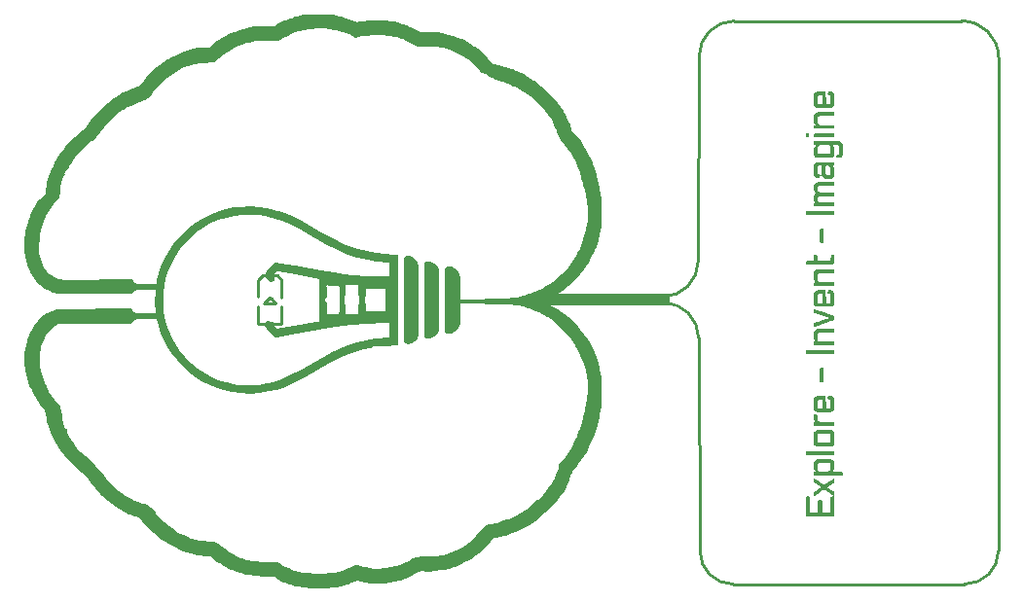
<source format=gto>
G04 Layer: TopSilkscreenLayer*
G04 EasyEDA v6.5.50, 2025-06-01 17:24:59*
G04 69e65154b6b24189a8545f2fef81dcb9,5ab416c87bd24f2091f84acd62e1526b,10*
G04 Gerber Generator version 0.2*
G04 Scale: 100 percent, Rotated: No, Reflected: No *
G04 Dimensions in millimeters *
G04 leading zeros omitted , absolute positions ,4 integer and 5 decimal *
%FSLAX45Y45*%
%MOMM*%

%ADD10C,0.2540*%
%ADD11C,0.1524*%
%ADD12C,0.0117*%

%LPD*%
G36*
X-2717698Y-411835D02*
G01*
X-2866898Y-411886D01*
X-2918510Y-418744D01*
X-2952953Y-424688D01*
X-2974492Y-427939D01*
X-2977692Y-433070D01*
X-2992729Y-433070D01*
X-3013202Y-439521D01*
X-3023158Y-444550D01*
X-3034385Y-444550D01*
X-3037941Y-450291D01*
X-3049117Y-450291D01*
X-3059074Y-455117D01*
X-3071926Y-461772D01*
X-3080613Y-461772D01*
X-3080613Y-467512D01*
X-3088640Y-467512D01*
X-3119323Y-483819D01*
X-3153714Y-503377D01*
X-3167430Y-513435D01*
X-3296005Y-513435D01*
X-3351733Y-519328D01*
X-3397605Y-527913D01*
X-3423462Y-533857D01*
X-3443528Y-539038D01*
X-3486556Y-551281D01*
X-3498037Y-555853D01*
X-3518103Y-562762D01*
X-3555237Y-577951D01*
X-3615639Y-608939D01*
X-3628542Y-615238D01*
X-3628593Y-619556D01*
X-3640023Y-619556D01*
X-3640023Y-624332D01*
X-3655822Y-632307D01*
X-3690264Y-655015D01*
X-3693109Y-658266D01*
X-3733292Y-693216D01*
X-3744772Y-699262D01*
X-3819347Y-699871D01*
X-3848049Y-706069D01*
X-3865676Y-711352D01*
X-3876344Y-711352D01*
X-3962806Y-739495D01*
X-3994353Y-751992D01*
X-4014419Y-760780D01*
X-4074668Y-789990D01*
X-4098645Y-806043D01*
X-4102150Y-806043D01*
X-4162958Y-847648D01*
X-4172305Y-853389D01*
X-4195165Y-870508D01*
X-4229608Y-899007D01*
X-4271772Y-939444D01*
X-4312818Y-988110D01*
X-4332884Y-1015390D01*
X-4349038Y-1038402D01*
X-4362653Y-1038402D01*
X-4366209Y-1044143D01*
X-4379874Y-1044143D01*
X-4383430Y-1049883D01*
X-4394657Y-1049883D01*
X-4404614Y-1054963D01*
X-4436160Y-1067866D01*
X-4447641Y-1072134D01*
X-4493564Y-1094892D01*
X-4527956Y-1113993D01*
X-4574387Y-1143812D01*
X-4617618Y-1175816D01*
X-4625492Y-1183335D01*
X-4656937Y-1209090D01*
X-4708702Y-1261059D01*
X-4737709Y-1295196D01*
X-4772406Y-1341069D01*
X-4804918Y-1389837D01*
X-4816094Y-1404518D01*
X-4831994Y-1412798D01*
X-4840681Y-1419656D01*
X-4877968Y-1447241D01*
X-4912410Y-1478432D01*
X-4974844Y-1541881D01*
X-5007051Y-1581962D01*
X-5034584Y-1619351D01*
X-5042916Y-1629460D01*
X-5042916Y-1632661D01*
X-5059172Y-1656638D01*
X-5073040Y-1682445D01*
X-5075936Y-1685340D01*
X-5099608Y-1731264D01*
X-5112512Y-1759915D01*
X-5123942Y-1788617D01*
X-5129022Y-1798574D01*
X-5129022Y-1809800D01*
X-5134762Y-1813356D01*
X-5134762Y-1826209D01*
X-5139486Y-1831644D01*
X-5151729Y-1877568D01*
X-5157419Y-1906219D01*
X-5163261Y-1937816D01*
X-5166664Y-1969363D01*
X-5216499Y-2021027D01*
X-5228234Y-2035454D01*
X-5246624Y-2062175D01*
X-5246624Y-2068322D01*
X-5250942Y-2068372D01*
X-5257241Y-2081225D01*
X-5271008Y-2107031D01*
X-5273903Y-2109927D01*
X-5280304Y-2124252D01*
X-5298287Y-2160930D01*
X-5298287Y-2168804D01*
X-5303316Y-2178761D01*
X-5310428Y-2195982D01*
X-5315458Y-2205939D01*
X-5315458Y-2219401D01*
X-5319420Y-2223363D01*
X-5326888Y-2244750D01*
X-5326938Y-2257348D01*
X-5332679Y-2260854D01*
X-5332679Y-2282342D01*
X-5337911Y-2287778D01*
X-5340858Y-2316480D01*
X-5348427Y-2373833D01*
X-5348236Y-2459939D01*
X-5223560Y-2459939D01*
X-5217972Y-2329789D01*
X-5204206Y-2290673D01*
X-5182565Y-2221788D01*
X-5178298Y-2213203D01*
X-5160568Y-2175814D01*
X-5160518Y-2170176D01*
X-5143347Y-2144369D01*
X-5143347Y-2134463D01*
X-5131155Y-2112822D01*
X-5113578Y-2086965D01*
X-5096103Y-2064004D01*
X-5066690Y-2032304D01*
X-5057140Y-2013813D01*
X-5045811Y-2013813D01*
X-5045811Y-1991258D01*
X-5039614Y-1975104D01*
X-5037785Y-1914855D01*
X-5031841Y-1886153D01*
X-5026507Y-1861870D01*
X-5020716Y-1854606D01*
X-5013553Y-1831644D01*
X-4996688Y-1803755D01*
X-4999685Y-1800809D01*
X-4981702Y-1768551D01*
X-4962601Y-1741322D01*
X-4962601Y-1738223D01*
X-4934966Y-1702562D01*
X-4928565Y-1684172D01*
X-4913833Y-1662379D01*
X-4840681Y-1584909D01*
X-4764887Y-1518107D01*
X-4738674Y-1505458D01*
X-4721707Y-1484528D01*
X-4657953Y-1398473D01*
X-4611420Y-1346809D01*
X-4542332Y-1279042D01*
X-4492345Y-1244955D01*
X-4488230Y-1244955D01*
X-4479188Y-1237081D01*
X-4450486Y-1221079D01*
X-4404614Y-1198321D01*
X-4364431Y-1182827D01*
X-4307078Y-1163574D01*
X-4299153Y-1155700D01*
X-4277512Y-1146352D01*
X-4268622Y-1131265D01*
X-4244949Y-1105814D01*
X-4212793Y-1062786D01*
X-4127144Y-977595D01*
X-4028795Y-912977D01*
X-3974287Y-883970D01*
X-3935882Y-866292D01*
X-3929735Y-866292D01*
X-3919778Y-861212D01*
X-3905402Y-854811D01*
X-3871518Y-843330D01*
X-3844899Y-843330D01*
X-3839413Y-838200D01*
X-3799281Y-834136D01*
X-3697528Y-830427D01*
X-3655822Y-795629D01*
X-3635756Y-782066D01*
X-3612794Y-761492D01*
X-3546805Y-718515D01*
X-3535324Y-711504D01*
X-3489451Y-689254D01*
X-3455009Y-674420D01*
X-3420211Y-662584D01*
X-3408019Y-662584D01*
X-3404819Y-657453D01*
X-3357473Y-650494D01*
X-3351733Y-646176D01*
X-3288588Y-645058D01*
X-3248456Y-639826D01*
X-3205378Y-639622D01*
X-3186125Y-645160D01*
X-3139440Y-639368D01*
X-3079191Y-609701D01*
X-3076295Y-606348D01*
X-3013202Y-576224D01*
X-3003245Y-570788D01*
X-2992018Y-570788D01*
X-2988868Y-565708D01*
X-2973019Y-562660D01*
X-2950057Y-556006D01*
X-2924251Y-550468D01*
X-2906877Y-548182D01*
X-2890875Y-542086D01*
X-2841040Y-542086D01*
X-2820974Y-535940D01*
X-2746400Y-536346D01*
X-2694736Y-542442D01*
X-2654604Y-548284D01*
X-2628747Y-553923D01*
X-2582875Y-565607D01*
X-2572918Y-570788D01*
X-2564130Y-570788D01*
X-2554173Y-575868D01*
X-2525471Y-587349D01*
X-2470962Y-613918D01*
X-2442260Y-607720D01*
X-2413609Y-602081D01*
X-2379167Y-596646D01*
X-2321814Y-589737D01*
X-2238603Y-589940D01*
X-2163978Y-599948D01*
X-2145842Y-600913D01*
X-2141524Y-605231D01*
X-2122728Y-605231D01*
X-2119172Y-610971D01*
X-2102662Y-610971D01*
X-2099106Y-616712D01*
X-2087676Y-616712D01*
X-2063953Y-628192D01*
X-2056942Y-628192D01*
X-2034895Y-639064D01*
X-1979015Y-665988D01*
X-1929587Y-697026D01*
X-1882546Y-697026D01*
X-1876399Y-690829D01*
X-1759508Y-693521D01*
X-1727911Y-699770D01*
X-1702104Y-705967D01*
X-1673402Y-710895D01*
X-1650492Y-719480D01*
X-1620367Y-734314D01*
X-1613154Y-734364D01*
X-1546809Y-767892D01*
X-1492656Y-804113D01*
X-1489811Y-807516D01*
X-1466951Y-824534D01*
X-1385570Y-906526D01*
X-1377950Y-923645D01*
X-1365910Y-923645D01*
X-1332839Y-935024D01*
X-1304036Y-955700D01*
X-1281023Y-963828D01*
X-1253134Y-983894D01*
X-1236268Y-983894D01*
X-1232712Y-989634D01*
X-1213307Y-989634D01*
X-1209751Y-995375D01*
X-1197610Y-995375D01*
X-1177086Y-1001826D01*
X-1167130Y-1006856D01*
X-1155903Y-1006856D01*
X-1148384Y-1017422D01*
X-1116838Y-1027633D01*
X-1099616Y-1037691D01*
X-1093266Y-1035354D01*
X-1039418Y-1063244D01*
X-995070Y-1088593D01*
X-944727Y-1125626D01*
X-910336Y-1154582D01*
X-834999Y-1229207D01*
X-792683Y-1283817D01*
X-779780Y-1302105D01*
X-779780Y-1305610D01*
X-763727Y-1329588D01*
X-733247Y-1392732D01*
X-722376Y-1414780D01*
X-722376Y-1424584D01*
X-717804Y-1430020D01*
X-710539Y-1452981D01*
X-695706Y-1487373D01*
X-683666Y-1503324D01*
X-657707Y-1536141D01*
X-647700Y-1550517D01*
X-621995Y-1582064D01*
X-593293Y-1624126D01*
X-593293Y-1626260D01*
X-575208Y-1656638D01*
X-558850Y-1687372D01*
X-558850Y-1695399D01*
X-553110Y-1695399D01*
X-553110Y-1703425D01*
X-542340Y-1725523D01*
X-530758Y-1751330D01*
X-519074Y-1782876D01*
X-512165Y-1805838D01*
X-507644Y-1817319D01*
X-504037Y-1834540D01*
X-499109Y-1860346D01*
X-492353Y-1877568D01*
X-487629Y-1903374D01*
X-476046Y-1934921D01*
X-461518Y-1989429D01*
X-452831Y-2038197D01*
X-447090Y-2107031D01*
X-450037Y-2210358D01*
X-456133Y-2241905D01*
X-464921Y-2276297D01*
X-467614Y-2299258D01*
X-472795Y-2304745D01*
X-472795Y-2320493D01*
X-477774Y-2333701D01*
X-490575Y-2379573D01*
X-495757Y-2389581D01*
X-495757Y-2398318D01*
X-500786Y-2408275D01*
X-518007Y-2451303D01*
X-537210Y-2491486D01*
X-540207Y-2494330D01*
X-548741Y-2511552D01*
X-568452Y-2543098D01*
X-583234Y-2566060D01*
X-620217Y-2614828D01*
X-654659Y-2655011D01*
X-697992Y-2696159D01*
X-750112Y-2744419D01*
X-778306Y-2757779D01*
X-792683Y-2767634D01*
X-827074Y-2786989D01*
X-829970Y-2789986D01*
X-890219Y-2820009D01*
X-897382Y-2819958D01*
X-897382Y-2825699D01*
X-906068Y-2825699D01*
X-916025Y-2830779D01*
X-930351Y-2836824D01*
X-953312Y-2844088D01*
X-958799Y-2848660D01*
X-971651Y-2848660D01*
X-975207Y-2854401D01*
X-991717Y-2854401D01*
X-994867Y-2859481D01*
X-1013561Y-2862681D01*
X-1068070Y-2874772D01*
X-1099616Y-2880004D01*
X-1154176Y-2885998D01*
X-1166164Y-2888691D01*
X-1341983Y-2889250D01*
X-1345285Y-2894533D01*
X-1553464Y-2894533D01*
X-1557223Y-2769768D01*
X-1557223Y-2706420D01*
X-1566113Y-2672283D01*
X-1583385Y-2645410D01*
X-1608277Y-2622397D01*
X-1630375Y-2611221D01*
X-1663344Y-2604414D01*
X-1676298Y-2608326D01*
X-1689201Y-2620162D01*
X-1689201Y-3174847D01*
X-1674418Y-3190798D01*
X-1636115Y-3188004D01*
X-1605229Y-3172358D01*
X-1576984Y-3144113D01*
X-1558950Y-3105556D01*
X-1554784Y-2961995D01*
X-1554378Y-2928416D01*
X-1133144Y-2934157D01*
X-1120800Y-2938068D01*
X-1079550Y-2943199D01*
X-1045108Y-2948736D01*
X-1016457Y-2955137D01*
X-997762Y-2958287D01*
X-994613Y-2963418D01*
X-978052Y-2963418D01*
X-974496Y-2969158D01*
X-963269Y-2969158D01*
X-953312Y-2973984D01*
X-940511Y-2980639D01*
X-931722Y-2980639D01*
X-921766Y-2985668D01*
X-904544Y-2992780D01*
X-894587Y-2997860D01*
X-885901Y-2997860D01*
X-885901Y-3003550D01*
X-874420Y-3003550D01*
X-874420Y-3009290D01*
X-865733Y-3009290D01*
X-852932Y-3016504D01*
X-850036Y-3019348D01*
X-824230Y-3032709D01*
X-801319Y-3045155D01*
X-795528Y-3049727D01*
X-766775Y-3068116D01*
X-733044Y-3093923D01*
X-718058Y-3104896D01*
X-633018Y-3188614D01*
X-588568Y-3245967D01*
X-571042Y-3271824D01*
X-557987Y-3294735D01*
X-545947Y-3317697D01*
X-543052Y-3320592D01*
X-530148Y-3345484D01*
X-530148Y-3353562D01*
X-524408Y-3353562D01*
X-524408Y-3361283D01*
X-516432Y-3377946D01*
X-506628Y-3400907D01*
X-484835Y-3455415D01*
X-466801Y-3512261D01*
X-458114Y-3552951D01*
X-449935Y-3613200D01*
X-449834Y-3697071D01*
X-464921Y-3811168D01*
X-469646Y-3842715D01*
X-475284Y-3871417D01*
X-486765Y-3917289D01*
X-493268Y-3940251D01*
X-496163Y-3954576D01*
X-500837Y-3966057D01*
X-507746Y-3991914D01*
X-512927Y-4001871D01*
X-512927Y-4013047D01*
X-518668Y-4016603D01*
X-518668Y-4030624D01*
X-523341Y-4030624D01*
X-530606Y-4058970D01*
X-541629Y-4080611D01*
X-541629Y-4088079D01*
X-546862Y-4098036D01*
X-590854Y-4186986D01*
X-610311Y-4218533D01*
X-614476Y-4226966D01*
X-652729Y-4284522D01*
X-665734Y-4296003D01*
X-699414Y-4337151D01*
X-699414Y-4351578D01*
X-705154Y-4355134D01*
X-705154Y-4371695D01*
X-710895Y-4375200D01*
X-710895Y-4389323D01*
X-715975Y-4399280D01*
X-727303Y-4427931D01*
X-739597Y-4452874D01*
X-739597Y-4460951D01*
X-745337Y-4460951D01*
X-745337Y-4472432D01*
X-749655Y-4472533D01*
X-763676Y-4501083D01*
X-767384Y-4501083D01*
X-774090Y-4515916D01*
X-809548Y-4562805D01*
X-841451Y-4600041D01*
X-882903Y-4641697D01*
X-888796Y-4641697D01*
X-888796Y-4635906D01*
X-909980Y-4659376D01*
X-934313Y-4676140D01*
X-937666Y-4686757D01*
X-984859Y-4723942D01*
X-1037386Y-4759096D01*
X-1062329Y-4773574D01*
X-1096772Y-4790186D01*
X-1119733Y-4799990D01*
X-1142187Y-4811166D01*
X-1147318Y-4806035D01*
X-1184554Y-4819548D01*
X-1195120Y-4819548D01*
X-1198422Y-4828133D01*
X-1209751Y-4828133D01*
X-1213307Y-4833874D01*
X-1229817Y-4833874D01*
X-1233373Y-4839614D01*
X-1252778Y-4839614D01*
X-1255877Y-4844592D01*
X-1283258Y-4848606D01*
X-1311960Y-4853482D01*
X-1337767Y-4857597D01*
X-1348486Y-4866894D01*
X-1374952Y-4901336D01*
X-1392275Y-4921148D01*
X-1418082Y-4949799D01*
X-1446834Y-4978755D01*
X-1484071Y-5010353D01*
X-1486966Y-5013452D01*
X-1507032Y-5027371D01*
X-1518158Y-5037582D01*
X-1525676Y-5037582D01*
X-1525676Y-5042357D01*
X-1541424Y-5050282D01*
X-1556969Y-5060746D01*
X-1613154Y-5088585D01*
X-1659077Y-5106924D01*
X-1684883Y-5115102D01*
X-1702104Y-5120132D01*
X-1727911Y-5126075D01*
X-1762353Y-5133543D01*
X-1891436Y-5132527D01*
X-1977542Y-5150154D01*
X-1987092Y-5158536D01*
X-2006193Y-5169357D01*
X-2052116Y-5191861D01*
X-2075078Y-5201564D01*
X-2085035Y-5206847D01*
X-2096262Y-5206847D01*
X-2099360Y-5211927D01*
X-2115210Y-5215077D01*
X-2163978Y-5227370D01*
X-2198420Y-5232755D01*
X-2235708Y-5235854D01*
X-2248154Y-5242001D01*
X-2298852Y-5238292D01*
X-2341880Y-5232958D01*
X-2373426Y-5227218D01*
X-2402128Y-5220868D01*
X-2420823Y-5217668D01*
X-2423972Y-5212588D01*
X-2437638Y-5212588D01*
X-2441194Y-5206847D01*
X-2455265Y-5206847D01*
X-2466848Y-5199684D01*
X-2470962Y-5205425D01*
X-2507640Y-5224068D01*
X-2515463Y-5224068D01*
X-2515463Y-5229809D01*
X-2526588Y-5229809D01*
X-2529687Y-5234787D01*
X-2547467Y-5238343D01*
X-2563469Y-5249722D01*
X-2602941Y-5263388D01*
X-2625902Y-5269687D01*
X-2651709Y-5273294D01*
X-2683256Y-5278272D01*
X-2749245Y-5284927D01*
X-2849372Y-5281371D01*
X-2852775Y-5275834D01*
X-2927146Y-5273090D01*
X-2951530Y-5269331D01*
X-2954731Y-5264200D01*
X-2966872Y-5264200D01*
X-2987395Y-5257698D01*
X-2998825Y-5253532D01*
X-3021787Y-5246624D01*
X-3047593Y-5236210D01*
X-3099257Y-5211267D01*
X-3102152Y-5208270D01*
X-3127654Y-5193944D01*
X-3138220Y-5184698D01*
X-3170986Y-5180736D01*
X-3182467Y-5179618D01*
X-3262782Y-5183886D01*
X-3351733Y-5175402D01*
X-3374694Y-5172049D01*
X-3386175Y-5167071D01*
X-3424936Y-5160314D01*
X-3428085Y-5155184D01*
X-3439312Y-5155184D01*
X-3449269Y-5150154D01*
X-3463594Y-5144312D01*
X-3483711Y-5136997D01*
X-3549700Y-5103012D01*
X-3558743Y-5094935D01*
X-3562756Y-5094935D01*
X-3604209Y-5066334D01*
X-3628085Y-5047640D01*
X-3659733Y-5023358D01*
X-3663238Y-5017668D01*
X-3684524Y-5008321D01*
X-3696004Y-5003546D01*
X-3716070Y-5000193D01*
X-3818178Y-4997602D01*
X-3824884Y-4993436D01*
X-3850894Y-4988509D01*
X-3869588Y-4985308D01*
X-3872788Y-4980228D01*
X-3886454Y-4980228D01*
X-3889959Y-4974488D01*
X-3901186Y-4974488D01*
X-3911142Y-4969408D01*
X-3925519Y-4963617D01*
X-3958488Y-4948224D01*
X-3958488Y-4940046D01*
X-3966819Y-4940046D01*
X-4011574Y-4925771D01*
X-4040276Y-4903063D01*
X-4091889Y-4867351D01*
X-4134916Y-4832807D01*
X-4210964Y-4755388D01*
X-4210964Y-4744313D01*
X-4239666Y-4712919D01*
X-4239666Y-4707686D01*
X-4250436Y-4707686D01*
X-4272635Y-4683099D01*
X-4298442Y-4675530D01*
X-4311650Y-4670348D01*
X-4322927Y-4670348D01*
X-4332884Y-4665167D01*
X-4358690Y-4657852D01*
X-4364431Y-4654346D01*
X-4387392Y-4646930D01*
X-4406036Y-4638548D01*
X-4406036Y-4633518D01*
X-4436160Y-4623765D01*
X-4454042Y-4612995D01*
X-4463440Y-4612995D01*
X-4463440Y-4607255D01*
X-4469333Y-4607255D01*
X-4505502Y-4582871D01*
X-4530699Y-4562805D01*
X-4582007Y-4514037D01*
X-4627880Y-4466640D01*
X-4639868Y-4450080D01*
X-4674260Y-4405172D01*
X-4695596Y-4385868D01*
X-4728768Y-4339183D01*
X-4746294Y-4321810D01*
X-4814874Y-4260799D01*
X-4842916Y-4234586D01*
X-4872837Y-4214723D01*
X-4895189Y-4189120D01*
X-4915255Y-4151629D01*
X-4957572Y-4090009D01*
X-4974082Y-4054703D01*
X-4981194Y-4024884D01*
X-4988306Y-4024884D01*
X-4999126Y-4003344D01*
X-5010708Y-3966057D01*
X-5017617Y-3934510D01*
X-5022850Y-3913733D01*
X-5026558Y-3853027D01*
X-5034330Y-3850081D01*
X-5034330Y-3823106D01*
X-5070195Y-3785209D01*
X-5084724Y-3768140D01*
X-5114645Y-3729532D01*
X-5114645Y-3726281D01*
X-5134762Y-3696462D01*
X-5134762Y-3691534D01*
X-5146344Y-3675278D01*
X-5154980Y-3650487D01*
X-5168544Y-3621786D01*
X-5183073Y-3587394D01*
X-5197652Y-3547211D01*
X-5206644Y-3512769D01*
X-5214518Y-3472637D01*
X-5216448Y-3415233D01*
X-5214975Y-3357879D01*
X-5209032Y-3329178D01*
X-5203037Y-3303371D01*
X-5197246Y-3286150D01*
X-5182311Y-3248863D01*
X-5172049Y-3230219D01*
X-5160111Y-3209137D01*
X-5136743Y-3174288D01*
X-5092598Y-3131261D01*
X-5050891Y-3108960D01*
X-5030012Y-3103930D01*
X-4414875Y-3104134D01*
X-4406341Y-3087624D01*
X-4385868Y-3069640D01*
X-4373067Y-3066491D01*
X-4195775Y-3068116D01*
X-4185056Y-3113379D01*
X-4170172Y-3162808D01*
X-4144314Y-3228797D01*
X-4105046Y-3306419D01*
X-4072839Y-3357879D01*
X-4023258Y-3423869D01*
X-3928160Y-3519068D01*
X-3858768Y-3570833D01*
X-3805986Y-3603498D01*
X-3753358Y-3631590D01*
X-3687267Y-3659886D01*
X-3614775Y-3683050D01*
X-3546805Y-3698392D01*
X-3463594Y-3708755D01*
X-3386175Y-3712514D01*
X-3297224Y-3706215D01*
X-3224784Y-3695192D01*
X-3159861Y-3680561D01*
X-3084931Y-3655415D01*
X-3016046Y-3625850D01*
X-2912719Y-3572357D01*
X-2687828Y-3442665D01*
X-2607310Y-3402329D01*
X-2528366Y-3368598D01*
X-2450896Y-3342436D01*
X-2402128Y-3328162D01*
X-2346553Y-3316274D01*
X-2336038Y-3316274D01*
X-2313178Y-3303574D01*
X-2227122Y-3299815D01*
X-2099462Y-3292297D01*
X-2099462Y-2504998D01*
X-2143912Y-2501646D01*
X-2204161Y-2498344D01*
X-2293112Y-2489606D01*
X-2370582Y-2475534D01*
X-2445156Y-2455926D01*
X-2557018Y-2418029D01*
X-2668676Y-2363470D01*
X-2781960Y-2300732D01*
X-2849676Y-2259787D01*
X-2932887Y-2212492D01*
X-3019552Y-2169109D01*
X-3079902Y-2143353D01*
X-3129838Y-2125726D01*
X-3155645Y-2125726D01*
X-3202533Y-2105964D01*
X-3248456Y-2097328D01*
X-3289350Y-2091334D01*
X-3389020Y-2084933D01*
X-3472230Y-2088692D01*
X-3526739Y-2094484D01*
X-3598468Y-2108758D01*
X-3658717Y-2126437D01*
X-3732885Y-2155190D01*
X-3802126Y-2190546D01*
X-3858717Y-2226157D01*
X-3925519Y-2276144D01*
X-4007967Y-2356662D01*
X-4056532Y-2416911D01*
X-4098544Y-2480005D01*
X-4130548Y-2537409D01*
X-4161688Y-2609342D01*
X-4181957Y-2669895D01*
X-4196130Y-2726740D01*
X-4202734Y-2759710D01*
X-4366158Y-2759710D01*
X-4384548Y-2750464D01*
X-4400804Y-2735326D01*
X-4409135Y-2719425D01*
X-4996129Y-2722981D01*
X-5041493Y-2716377D01*
X-5069789Y-2707284D01*
X-5112004Y-2684932D01*
X-5127294Y-2672232D01*
X-5155539Y-2646375D01*
X-5176926Y-2614828D01*
X-5197449Y-2571394D01*
X-5223052Y-2488590D01*
X-5223560Y-2459939D01*
X-5348236Y-2459939D01*
X-5348224Y-2465679D01*
X-5341366Y-2520188D01*
X-5336032Y-2548839D01*
X-5330190Y-2568956D01*
X-5326481Y-2583281D01*
X-5321808Y-2594762D01*
X-5314899Y-2614828D01*
X-5310327Y-2626309D01*
X-5295290Y-2657856D01*
X-5280355Y-2683713D01*
X-5262778Y-2709519D01*
X-5245404Y-2732481D01*
X-5210759Y-2768803D01*
X-5170576Y-2799232D01*
X-5144770Y-2814116D01*
X-5113223Y-2829153D01*
X-5101742Y-2833674D01*
X-5055158Y-2845765D01*
X-4406188Y-2845765D01*
X-4397959Y-2830017D01*
X-4381652Y-2814929D01*
X-4369104Y-2808478D01*
X-4207459Y-2808478D01*
X-4211015Y-2817723D01*
X-4214571Y-2918917D01*
X-4213610Y-2930398D01*
X-4141673Y-2930398D01*
X-4139234Y-2826816D01*
X-4133189Y-2778353D01*
X-4121404Y-2721000D01*
X-4101592Y-2655011D01*
X-4075582Y-2589022D01*
X-4041292Y-2523032D01*
X-3993286Y-2451303D01*
X-3944924Y-2393950D01*
X-3885234Y-2336546D01*
X-3836568Y-2297633D01*
X-3790645Y-2267102D01*
X-3738321Y-2237333D01*
X-3667302Y-2205228D01*
X-3591458Y-2180285D01*
X-3520998Y-2166162D01*
X-3457854Y-2158847D01*
X-3320186Y-2159203D01*
X-3251301Y-2169058D01*
X-3196793Y-2180844D01*
X-3109163Y-2209190D01*
X-3044748Y-2236774D01*
X-2962960Y-2277821D01*
X-2714802Y-2420467D01*
X-2638907Y-2458466D01*
X-2557018Y-2493518D01*
X-2455418Y-2527452D01*
X-2361946Y-2550007D01*
X-2293112Y-2561590D01*
X-2176170Y-2573223D01*
X-2174036Y-2573223D01*
X-2174036Y-2694635D01*
X-2361946Y-2691079D01*
X-2485339Y-2682087D01*
X-2565654Y-2673350D01*
X-2648864Y-2661920D01*
X-2766466Y-2642260D01*
X-2995980Y-2598877D01*
X-3116427Y-2578912D01*
X-3163722Y-2575255D01*
X-3187192Y-2591511D01*
X-3244342Y-2651404D01*
X-3252215Y-2666542D01*
X-3249117Y-2704846D01*
X-3212134Y-2745384D01*
X-3204210Y-2745384D01*
X-3183077Y-2731008D01*
X-3175000Y-2731008D01*
X-3176270Y-2677160D01*
X-3156305Y-2649270D01*
X-3140760Y-2647442D01*
X-2984500Y-2673604D01*
X-2772206Y-2713990D01*
X-2654604Y-2733649D01*
X-2568498Y-2745333D01*
X-2485339Y-2753817D01*
X-2361946Y-2762504D01*
X-2207056Y-2768295D01*
X-2173986Y-2768346D01*
X-2175459Y-3027934D01*
X-2229967Y-3029204D01*
X-2382012Y-3035300D01*
X-2499664Y-3043732D01*
X-2577134Y-3052673D01*
X-2720390Y-3072790D01*
X-3004769Y-3126638D01*
X-3107842Y-3143808D01*
X-3153460Y-3150006D01*
X-3166770Y-3134106D01*
X-3178505Y-3112160D01*
X-3176066Y-3105404D01*
X-3184042Y-3089656D01*
X-3208274Y-3089605D01*
X-3227070Y-3078175D01*
X-3238550Y-3078175D01*
X-3255619Y-3105099D01*
X-3255619Y-3125825D01*
X-3239363Y-3151428D01*
X-3178454Y-3213150D01*
X-3158134Y-3221685D01*
X-3104997Y-3215741D01*
X-3030423Y-3203905D01*
X-2740660Y-3149650D01*
X-2637383Y-3132582D01*
X-2505405Y-3115513D01*
X-2379167Y-3106928D01*
X-2212797Y-3101136D01*
X-2174036Y-3101136D01*
X-2174036Y-3223158D01*
X-2301697Y-3236112D01*
X-2379167Y-3250488D01*
X-2450896Y-3267964D01*
X-2539847Y-3296920D01*
X-2611526Y-3325368D01*
X-2677515Y-3356711D01*
X-2757881Y-3400501D01*
X-2935732Y-3503523D01*
X-3044748Y-3559860D01*
X-3110738Y-3588054D01*
X-3182467Y-3611676D01*
X-3242716Y-3625850D01*
X-3308705Y-3636162D01*
X-3483711Y-3636162D01*
X-3532479Y-3628644D01*
X-3584092Y-3616960D01*
X-3635756Y-3602431D01*
X-3700221Y-3577590D01*
X-3773474Y-3540302D01*
X-3839413Y-3496513D01*
X-3893870Y-3452571D01*
X-3954932Y-3391712D01*
X-4002532Y-3332073D01*
X-4038193Y-3277565D01*
X-4063288Y-3231642D01*
X-4090162Y-3173425D01*
X-4110888Y-3114040D01*
X-4127550Y-3048050D01*
X-4136948Y-2993542D01*
X-4141673Y-2930398D01*
X-4213610Y-2930398D01*
X-4207916Y-2997911D01*
X-4204512Y-3015030D01*
X-4377639Y-3015030D01*
X-4393692Y-3006750D01*
X-4411268Y-2986735D01*
X-4415231Y-2974238D01*
X-5055819Y-2978302D01*
X-5065522Y-2983484D01*
X-5080304Y-2983484D01*
X-5090261Y-2988513D01*
X-5113223Y-2995371D01*
X-5172049Y-3024479D01*
X-5172049Y-3028950D01*
X-5179720Y-3030829D01*
X-5205018Y-3050895D01*
X-5233720Y-3079597D01*
X-5268163Y-3125419D01*
X-5274411Y-3136950D01*
X-5286248Y-3157677D01*
X-5291886Y-3168548D01*
X-5304739Y-3197199D01*
X-5308955Y-3208680D01*
X-5315458Y-3224479D01*
X-5320436Y-3237382D01*
X-5326938Y-3257854D01*
X-5326938Y-3270046D01*
X-5332069Y-3273196D01*
X-5335320Y-3291890D01*
X-5341366Y-3323437D01*
X-5347055Y-3363620D01*
X-5349443Y-3461156D01*
X-5343956Y-3498443D01*
X-5332069Y-3558692D01*
X-5326938Y-3568649D01*
X-5326938Y-3577742D01*
X-5313121Y-3619042D01*
X-5303469Y-3644747D01*
X-5293156Y-3667709D01*
X-5266537Y-3722217D01*
X-5252212Y-3747008D01*
X-5211622Y-3807510D01*
X-5169814Y-3851300D01*
X-5163210Y-3897223D01*
X-5157419Y-3928770D01*
X-5151729Y-3957472D01*
X-5145582Y-3980434D01*
X-5141112Y-3991914D01*
X-5133746Y-4017721D01*
X-5129022Y-4023156D01*
X-5129022Y-4033570D01*
X-5123942Y-4043527D01*
X-5112562Y-4072229D01*
X-5070195Y-4156811D01*
X-5065877Y-4156862D01*
X-5065877Y-4162755D01*
X-5024780Y-4224274D01*
X-5021275Y-4227118D01*
X-5001564Y-4252976D01*
X-4964023Y-4295749D01*
X-4900777Y-4359097D01*
X-4869383Y-4384852D01*
X-4866487Y-4388053D01*
X-4846421Y-4401870D01*
X-4843526Y-4405274D01*
X-4823460Y-4419142D01*
X-4805476Y-4436567D01*
X-4754981Y-4511141D01*
X-4751578Y-4514037D01*
X-4731867Y-4539843D01*
X-4691481Y-4585462D01*
X-4674158Y-4602937D01*
X-4631283Y-4640224D01*
X-4619752Y-4650790D01*
X-4556658Y-4697780D01*
X-4510735Y-4726787D01*
X-4440174Y-4762195D01*
X-4431842Y-4762195D01*
X-4431842Y-4767935D01*
X-4420717Y-4767935D01*
X-4417161Y-4773625D01*
X-4405985Y-4773625D01*
X-4383176Y-4785106D01*
X-4371949Y-4785106D01*
X-4368393Y-4790846D01*
X-4354220Y-4790846D01*
X-4340656Y-4799736D01*
X-4324756Y-4823866D01*
X-4295851Y-4858258D01*
X-4249674Y-4906162D01*
X-4201718Y-4946599D01*
X-4153357Y-4983073D01*
X-4148531Y-4983073D01*
X-4141317Y-4991811D01*
X-4122013Y-5000955D01*
X-4122013Y-5006035D01*
X-4115714Y-5006035D01*
X-4100525Y-5016804D01*
X-4077563Y-5029860D01*
X-4048861Y-5045405D01*
X-4025900Y-5057444D01*
X-3982872Y-5077256D01*
X-3937965Y-5095087D01*
X-3871010Y-5115560D01*
X-3839413Y-5121046D01*
X-3750513Y-5126329D01*
X-3732276Y-5129580D01*
X-3730396Y-5133746D01*
X-3684524Y-5170119D01*
X-3672941Y-5179568D01*
X-3657244Y-5187746D01*
X-3657244Y-5192522D01*
X-3651199Y-5192522D01*
X-3618534Y-5214264D01*
X-3555390Y-5244795D01*
X-3543960Y-5249316D01*
X-3516731Y-5261356D01*
X-3509213Y-5261356D01*
X-3503777Y-5266182D01*
X-3463594Y-5278374D01*
X-3429203Y-5287314D01*
X-3389020Y-5295392D01*
X-3340252Y-5303977D01*
X-3262782Y-5310327D01*
X-3172815Y-5309616D01*
X-3136798Y-5334101D01*
X-3094177Y-5356047D01*
X-3086354Y-5356047D01*
X-3086354Y-5361736D01*
X-3075228Y-5361736D01*
X-3071672Y-5367477D01*
X-3058820Y-5367477D01*
X-3053334Y-5372252D01*
X-3027527Y-5379618D01*
X-3016046Y-5384292D01*
X-2984500Y-5390896D01*
X-2973019Y-5395823D01*
X-2912770Y-5404764D01*
X-2852521Y-5411673D01*
X-2729179Y-5411825D01*
X-2668930Y-5404764D01*
X-2631643Y-5398871D01*
X-2608681Y-5395620D01*
X-2603246Y-5390438D01*
X-2584653Y-5390438D01*
X-2581097Y-5384698D01*
X-2567025Y-5384698D01*
X-2557018Y-5379669D01*
X-2534107Y-5372862D01*
X-2519730Y-5366715D01*
X-2508250Y-5362346D01*
X-2455519Y-5338318D01*
X-2421839Y-5350306D01*
X-2407564Y-5350306D01*
X-2402128Y-5355437D01*
X-2379167Y-5358638D01*
X-2336139Y-5365851D01*
X-2218486Y-5365851D01*
X-2163978Y-5358942D01*
X-2132431Y-5352846D01*
X-2110892Y-5349697D01*
X-2107692Y-5344566D01*
X-2088286Y-5344566D01*
X-2084781Y-5338826D01*
X-2071116Y-5338826D01*
X-2067560Y-5333085D01*
X-2057857Y-5333085D01*
X-1997608Y-5309006D01*
X-1937359Y-5277916D01*
X-1895652Y-5255310D01*
X-1837131Y-5262118D01*
X-1776679Y-5258409D01*
X-1725066Y-5252923D01*
X-1693519Y-5247081D01*
X-1667662Y-5240832D01*
X-1648968Y-5237784D01*
X-1645818Y-5232654D01*
X-1629308Y-5232654D01*
X-1625752Y-5226913D01*
X-1612900Y-5226913D01*
X-1607413Y-5222341D01*
X-1584502Y-5215077D01*
X-1561541Y-5204714D01*
X-1504137Y-5176164D01*
X-1478330Y-5162397D01*
X-1467205Y-5152339D01*
X-1462786Y-5152339D01*
X-1443888Y-5139436D01*
X-1398016Y-5105298D01*
X-1369314Y-5079695D01*
X-1337767Y-5050282D01*
X-1297482Y-5004612D01*
X-1277518Y-4977587D01*
X-1268882Y-4973675D01*
X-1243076Y-4969002D01*
X-1214374Y-4962601D01*
X-1192834Y-4959502D01*
X-1189685Y-4954371D01*
X-1173124Y-4954371D01*
X-1169568Y-4948631D01*
X-1155496Y-4948631D01*
X-1145540Y-4943195D01*
X-1108252Y-4931054D01*
X-1082446Y-4920538D01*
X-1059484Y-4910531D01*
X-1004976Y-4883607D01*
X-956208Y-4856073D01*
X-907440Y-4824018D01*
X-867257Y-4793488D01*
X-818489Y-4752136D01*
X-750519Y-4686147D01*
X-709371Y-4637379D01*
X-675030Y-4591507D01*
X-662127Y-4572558D01*
X-662127Y-4568952D01*
X-653948Y-4559909D01*
X-607618Y-4466132D01*
X-607618Y-4460900D01*
X-596646Y-4436567D01*
X-589686Y-4413605D01*
X-584657Y-4400448D01*
X-584657Y-4389678D01*
X-580390Y-4387799D01*
X-548894Y-4350512D01*
X-540004Y-4341876D01*
X-512622Y-4304588D01*
X-505510Y-4295851D01*
X-487121Y-4269130D01*
X-487121Y-4263491D01*
X-482701Y-4261561D01*
X-459130Y-4221378D01*
X-427177Y-4158284D01*
X-410667Y-4120997D01*
X-397611Y-4086555D01*
X-392734Y-4075074D01*
X-363778Y-3985717D01*
X-363778Y-3973576D01*
X-358038Y-3970020D01*
X-358038Y-3950614D01*
X-352907Y-3947464D01*
X-349707Y-3925925D01*
X-343712Y-3894328D01*
X-337667Y-3859936D01*
X-332435Y-3822649D01*
X-325323Y-3759504D01*
X-325729Y-3639007D01*
X-332130Y-3575913D01*
X-337718Y-3538626D01*
X-343408Y-3507028D01*
X-349758Y-3478377D01*
X-352907Y-3459683D01*
X-358038Y-3456533D01*
X-358038Y-3442411D01*
X-363118Y-3432454D01*
X-375513Y-3392322D01*
X-380441Y-3380841D01*
X-399338Y-3332073D01*
X-438810Y-3254603D01*
X-446989Y-3245561D01*
X-446989Y-3241903D01*
X-464413Y-3217316D01*
X-478231Y-3196386D01*
X-503123Y-3165652D01*
X-511505Y-3153664D01*
X-543001Y-3116884D01*
X-586130Y-3073806D01*
X-620623Y-3044393D01*
X-652068Y-3018891D01*
X-714044Y-2977438D01*
X-743915Y-2959506D01*
X-804164Y-2928975D01*
X23520Y-2928975D01*
X23520Y-2894533D01*
X-798118Y-2894533D01*
X-792683Y-2889504D01*
X-741934Y-2862986D01*
X-725779Y-2851505D01*
X-722172Y-2851505D01*
X-669290Y-2816047D01*
X-632561Y-2787599D01*
X-620928Y-2778353D01*
X-591870Y-2753055D01*
X-518109Y-2677972D01*
X-485698Y-2635961D01*
X-441248Y-2571800D01*
X-420065Y-2534513D01*
X-386740Y-2469032D01*
X-386740Y-2464155D01*
X-375615Y-2439822D01*
X-357378Y-2382469D01*
X-352298Y-2372512D01*
X-352298Y-2355545D01*
X-347167Y-2352395D01*
X-343966Y-2330805D01*
X-337921Y-2299258D01*
X-331927Y-2261971D01*
X-325729Y-2207463D01*
X-325424Y-2072639D01*
X-332130Y-2012391D01*
X-337667Y-1969363D01*
X-343306Y-1937816D01*
X-346964Y-1909114D01*
X-351891Y-1897634D01*
X-354888Y-1880412D01*
X-361238Y-1851710D01*
X-364388Y-1833016D01*
X-369519Y-1829866D01*
X-369519Y-1815795D01*
X-374599Y-1805838D01*
X-398526Y-1731264D01*
X-409651Y-1706930D01*
X-409651Y-1702003D01*
X-417830Y-1685340D01*
X-443839Y-1626362D01*
X-463296Y-1590649D01*
X-479247Y-1561998D01*
X-487121Y-1552905D01*
X-487121Y-1548739D01*
X-511200Y-1513230D01*
X-540207Y-1476095D01*
X-579069Y-1435760D01*
X-590397Y-1412443D01*
X-590397Y-1403858D01*
X-601878Y-1380083D01*
X-601878Y-1375156D01*
X-616762Y-1343964D01*
X-645972Y-1283716D01*
X-662127Y-1259738D01*
X-662127Y-1256233D01*
X-712317Y-1182573D01*
X-729538Y-1160881D01*
X-778916Y-1105814D01*
X-835710Y-1053490D01*
X-852932Y-1039266D01*
X-914653Y-992530D01*
X-919429Y-992530D01*
X-929843Y-981049D01*
X-934516Y-981049D01*
X-973429Y-956005D01*
X-1010716Y-935228D01*
X-1065225Y-908710D01*
X-1076706Y-904138D01*
X-1103884Y-892098D01*
X-1111402Y-892098D01*
X-1116838Y-887374D01*
X-1159865Y-874217D01*
X-1171346Y-869594D01*
X-1202944Y-862990D01*
X-1214374Y-858062D01*
X-1263142Y-849477D01*
X-1277518Y-845667D01*
X-1294739Y-823163D01*
X-1317701Y-793648D01*
X-1354988Y-753719D01*
X-1403756Y-712825D01*
X-1426616Y-695604D01*
X-1436014Y-689864D01*
X-1472590Y-665683D01*
X-1478330Y-661162D01*
X-1538579Y-630377D01*
X-1550060Y-625856D01*
X-1575866Y-614578D01*
X-1598828Y-606907D01*
X-1604264Y-602335D01*
X-1617116Y-602335D01*
X-1620672Y-596595D01*
X-1634337Y-596595D01*
X-1637487Y-591515D01*
X-1656181Y-588314D01*
X-1710689Y-576427D01*
X-1748028Y-570890D01*
X-1811121Y-565048D01*
X-1902155Y-565810D01*
X-1989226Y-522020D01*
X-1993138Y-522020D01*
X-2023414Y-508304D01*
X-2054961Y-496620D01*
X-2077923Y-489762D01*
X-2087880Y-484733D01*
X-2102002Y-484733D01*
X-2105152Y-479602D01*
X-2126691Y-476351D01*
X-2161133Y-470408D01*
X-2209901Y-463499D01*
X-2350465Y-463600D01*
X-2402128Y-470560D01*
X-2439416Y-475996D01*
X-2466644Y-479551D01*
X-2466644Y-473252D01*
X-2475331Y-473252D01*
X-2502509Y-461314D01*
X-2512517Y-456031D01*
X-2521254Y-456031D01*
X-2544064Y-444550D01*
X-2555697Y-444550D01*
X-2565654Y-439521D01*
X-2586126Y-433070D01*
X-2601163Y-433070D01*
X-2604262Y-428091D01*
X-2631643Y-424129D01*
X-2663190Y-418541D01*
G37*
G36*
X-2030984Y-2515158D02*
G01*
X-2047798Y-2531262D01*
X-2047798Y-3267100D01*
X-2032863Y-3278835D01*
X-2013864Y-3282391D01*
X-1983282Y-3273450D01*
X-1956307Y-3256330D01*
X-1932178Y-3231642D01*
X-1917293Y-3200095D01*
X-1917293Y-2597505D01*
X-1936089Y-2559253D01*
X-1966061Y-2532227D01*
X-1997608Y-2517597D01*
G37*
G36*
X-1846732Y-2561082D02*
G01*
X-1861210Y-2564739D01*
X-1870202Y-2582062D01*
X-1872030Y-3073857D01*
X-1868525Y-3222091D01*
X-1851710Y-3236569D01*
X-1819757Y-3234232D01*
X-1786737Y-3219043D01*
X-1755190Y-3189224D01*
X-1739392Y-3157067D01*
X-1739392Y-2640685D01*
X-1754835Y-2607767D01*
X-1782521Y-2580081D01*
X-1816150Y-2563622D01*
G37*
G36*
X1546707Y-1082141D02*
G01*
X1538478Y-1084732D01*
X1532331Y-1088999D01*
X1530502Y-1088999D01*
X1525473Y-1094181D01*
X1525473Y-1095603D01*
X1519885Y-1100480D01*
X1516989Y-1108303D01*
X1516989Y-1174902D01*
X1550162Y-1174902D01*
X1550619Y-1124813D01*
X1555343Y-1116228D01*
X1559915Y-1115060D01*
X1591462Y-1114907D01*
X1593392Y-1118260D01*
X1593392Y-1187704D01*
X1591056Y-1193596D01*
X1558645Y-1193038D01*
X1553413Y-1189431D01*
X1551736Y-1184402D01*
X1550162Y-1174902D01*
X1516989Y-1174902D01*
X1516989Y-1201674D01*
X1520647Y-1208989D01*
X1522577Y-1208989D01*
X1525320Y-1213815D01*
X1531569Y-1219504D01*
X1538427Y-1223518D01*
X1549400Y-1225397D01*
X1664411Y-1225397D01*
X1676501Y-1223365D01*
X1689506Y-1213307D01*
X1690878Y-1209395D01*
X1694992Y-1204214D01*
X1697685Y-1196492D01*
X1697685Y-1110183D01*
X1688490Y-1093774D01*
X1685391Y-1090574D01*
X1677873Y-1087069D01*
X1676603Y-1085291D01*
X1667459Y-1082141D01*
X1647189Y-1082141D01*
X1640636Y-1086002D01*
X1639570Y-1088491D01*
X1638452Y-1101699D01*
X1640738Y-1110386D01*
X1649780Y-1114907D01*
X1655572Y-1114907D01*
X1659991Y-1116431D01*
X1664309Y-1126083D01*
X1663700Y-1187043D01*
X1657705Y-1192885D01*
X1631289Y-1193647D01*
X1623110Y-1188974D01*
X1622196Y-1086561D01*
X1617624Y-1082141D01*
G37*
G36*
X1692351Y-1264208D02*
G01*
X1554226Y-1264767D01*
X1542084Y-1266850D01*
X1535074Y-1268577D01*
X1525879Y-1276096D01*
X1523085Y-1281074D01*
X1519174Y-1283970D01*
X1516837Y-1290523D01*
X1517446Y-1350975D01*
X1528521Y-1369923D01*
X1533448Y-1373784D01*
X1531213Y-1375816D01*
X1521612Y-1376629D01*
X1516989Y-1382217D01*
X1517091Y-1401876D01*
X1518970Y-1406144D01*
X1521968Y-1409192D01*
X1692554Y-1409192D01*
X1696974Y-1404874D01*
X1698294Y-1392682D01*
X1696974Y-1381150D01*
X1693367Y-1376476D01*
X1571853Y-1375968D01*
X1566113Y-1372108D01*
X1564894Y-1372108D01*
X1554022Y-1362202D01*
X1550517Y-1351838D01*
X1550466Y-1305864D01*
X1555496Y-1299413D01*
X1565554Y-1296212D01*
X1692554Y-1296162D01*
X1697177Y-1291640D01*
X1698345Y-1285697D01*
X1697583Y-1270457D01*
G37*
G36*
X1453642Y-1445463D02*
G01*
X1449984Y-1447241D01*
X1447139Y-1452270D01*
X1447393Y-1472641D01*
X1448206Y-1476502D01*
X1453896Y-1480870D01*
X1472539Y-1480870D01*
X1478280Y-1475740D01*
X1478280Y-1451406D01*
X1476095Y-1447596D01*
X1473098Y-1445514D01*
G37*
G36*
X1520850Y-1447190D02*
G01*
X1516989Y-1452219D01*
X1517040Y-1471777D01*
X1519529Y-1476959D01*
X1522374Y-1479143D01*
X1693672Y-1478686D01*
X1697634Y-1473860D01*
X1697532Y-1451813D01*
X1693925Y-1447241D01*
G37*
G36*
X1520698Y-1517091D02*
G01*
X1516989Y-1522730D01*
X1516989Y-1542034D01*
X1519224Y-1546860D01*
X1521968Y-1549908D01*
X1529334Y-1549908D01*
X1532991Y-1551686D01*
X1532991Y-1554175D01*
X1529384Y-1555953D01*
X1523187Y-1565859D01*
X1520748Y-1567586D01*
X1516989Y-1577086D01*
X1550060Y-1577086D01*
X1551940Y-1569313D01*
X1555851Y-1560271D01*
X1557324Y-1560271D01*
X1566824Y-1552448D01*
X1574749Y-1549908D01*
X1639316Y-1549908D01*
X1648256Y-1552346D01*
X1653743Y-1557578D01*
X1658366Y-1560372D01*
X1663700Y-1570177D01*
X1663700Y-1621231D01*
X1658518Y-1627428D01*
X1646732Y-1628546D01*
X1558645Y-1627987D01*
X1553413Y-1624431D01*
X1551736Y-1619402D01*
X1550263Y-1609902D01*
X1550060Y-1577086D01*
X1516989Y-1577086D01*
X1516989Y-1636623D01*
X1520494Y-1643532D01*
X1524508Y-1645716D01*
X1524508Y-1647850D01*
X1529080Y-1652168D01*
X1533499Y-1655673D01*
X1538376Y-1658518D01*
X1549400Y-1660398D01*
X1664411Y-1660398D01*
X1676501Y-1658366D01*
X1689506Y-1648307D01*
X1690878Y-1644396D01*
X1694992Y-1639214D01*
X1697685Y-1631442D01*
X1697634Y-1574495D01*
X1693316Y-1566316D01*
X1691995Y-1566265D01*
X1688388Y-1558086D01*
X1685645Y-1554226D01*
X1683054Y-1554226D01*
X1683054Y-1551787D01*
X1688998Y-1549908D01*
X1726946Y-1549958D01*
X1730857Y-1552041D01*
X1735429Y-1555496D01*
X1738122Y-1560677D01*
X1738884Y-1611630D01*
X1736953Y-1624533D01*
X1729739Y-1630172D01*
X1720342Y-1634439D01*
X1715871Y-1637639D01*
X1714906Y-1653032D01*
X1719072Y-1657807D01*
X1724964Y-1660601D01*
X1742236Y-1659686D01*
X1752396Y-1655673D01*
X1757883Y-1650746D01*
X1762252Y-1648104D01*
X1765198Y-1642770D01*
X1767128Y-1631238D01*
X1766570Y-1538224D01*
X1763471Y-1532026D01*
X1753870Y-1523136D01*
X1751228Y-1523136D01*
X1748637Y-1520291D01*
X1741068Y-1517142D01*
G37*
G36*
X1690116Y-1697380D02*
G01*
X1547622Y-1697989D01*
X1533499Y-1704035D01*
X1529689Y-1705965D01*
X1524050Y-1713077D01*
X1519783Y-1717446D01*
X1516989Y-1723593D01*
X1517142Y-1810969D01*
X1519885Y-1816811D01*
X1530400Y-1828850D01*
X1536293Y-1831339D01*
X1542186Y-1834743D01*
X1556105Y-1836369D01*
X1565554Y-1836369D01*
X1571193Y-1832203D01*
X1571904Y-1808937D01*
X1566113Y-1803755D01*
X1555496Y-1802587D01*
X1553667Y-1798066D01*
X1550466Y-1791970D01*
X1550466Y-1738833D01*
X1552397Y-1737614D01*
X1555800Y-1732737D01*
X1562201Y-1730298D01*
X1583842Y-1730298D01*
X1587246Y-1735886D01*
X1587272Y-1737969D01*
X1620774Y-1737969D01*
X1622856Y-1730298D01*
X1637944Y-1730298D01*
X1651507Y-1736394D01*
X1660245Y-1744522D01*
X1664157Y-1754835D01*
X1664157Y-1800860D01*
X1658061Y-1809597D01*
X1650339Y-1810715D01*
X1628749Y-1810105D01*
X1623161Y-1806092D01*
X1620926Y-1801469D01*
X1620774Y-1737969D01*
X1587272Y-1737969D01*
X1588211Y-1814423D01*
X1593392Y-1822907D01*
X1593392Y-1825752D01*
X1605534Y-1837385D01*
X1612747Y-1839214D01*
X1615897Y-1841754D01*
X1636318Y-1843532D01*
X1665630Y-1842668D01*
X1680667Y-1836928D01*
X1683308Y-1835150D01*
X1689506Y-1829358D01*
X1691944Y-1823923D01*
X1694129Y-1822196D01*
X1697685Y-1813560D01*
X1697634Y-1755749D01*
X1693316Y-1747164D01*
X1691792Y-1746250D01*
X1686814Y-1737258D01*
X1686814Y-1734616D01*
X1683054Y-1732432D01*
X1683054Y-1730298D01*
X1692554Y-1730298D01*
X1697075Y-1725828D01*
X1698396Y-1716278D01*
X1697431Y-1704797D01*
X1693976Y-1698294D01*
G37*
G36*
X1547520Y-1874418D02*
G01*
X1538224Y-1877212D01*
X1536293Y-1879244D01*
X1529689Y-1882089D01*
X1525473Y-1886508D01*
X1525473Y-1887880D01*
X1519885Y-1892807D01*
X1516989Y-1900631D01*
X1516989Y-1938375D01*
X1520952Y-1946910D01*
X1522526Y-1946910D01*
X1525828Y-1953361D01*
X1527962Y-1955088D01*
X1536700Y-1964689D01*
X1524965Y-1976882D01*
X1517446Y-1987905D01*
X1516837Y-2025599D01*
X1519936Y-2032762D01*
X1523288Y-2036216D01*
X1529334Y-2046427D01*
X1534160Y-2049881D01*
X1529689Y-2052167D01*
X1521764Y-2052218D01*
X1516989Y-2057958D01*
X1517091Y-2077669D01*
X1518970Y-2081936D01*
X1521968Y-2084984D01*
X1692554Y-2084984D01*
X1696974Y-2080666D01*
X1698294Y-2068423D01*
X1696974Y-2056942D01*
X1693316Y-2052218D01*
X1577848Y-2052167D01*
X1570939Y-2050694D01*
X1566621Y-2047036D01*
X1564487Y-2047036D01*
X1553972Y-2037943D01*
X1550619Y-2027631D01*
X1550568Y-2004110D01*
X1555902Y-1998268D01*
X1565351Y-1994357D01*
X1693418Y-1994357D01*
X1698345Y-1987499D01*
X1697634Y-1969617D01*
X1692452Y-1963369D01*
X1575968Y-1962861D01*
X1562252Y-1957882D01*
X1562252Y-1956460D01*
X1554022Y-1949094D01*
X1550619Y-1939594D01*
X1550466Y-1918004D01*
X1553870Y-1911096D01*
X1555343Y-1908556D01*
X1559915Y-1907387D01*
X1692148Y-1907184D01*
X1697634Y-1901952D01*
X1697583Y-1878787D01*
X1693113Y-1874418D01*
G37*
G36*
X1454200Y-2122982D02*
G01*
X1448866Y-2126894D01*
X1447241Y-2134616D01*
X1447190Y-2151024D01*
X1449984Y-2155748D01*
X1453642Y-2157526D01*
X1693418Y-2157526D01*
X1698447Y-2150567D01*
X1697380Y-2128977D01*
X1692960Y-2122982D01*
G37*
G36*
X1580286Y-2276602D02*
G01*
X1575308Y-2278329D01*
X1572666Y-2280767D01*
X1570736Y-2285339D01*
X1570939Y-2393543D01*
X1572768Y-2399792D01*
X1581861Y-2404364D01*
X1598726Y-2404364D01*
X1604264Y-2399030D01*
X1604822Y-2285695D01*
X1603756Y-2280361D01*
X1599946Y-2276602D01*
G37*
G36*
X1521968Y-2504440D02*
G01*
X1519123Y-2507488D01*
X1516989Y-2513330D01*
X1516989Y-2553563D01*
X1514754Y-2557983D01*
X1461770Y-2557983D01*
X1453286Y-2560269D01*
X1450644Y-2565146D01*
X1450136Y-2579979D01*
X1451406Y-2586685D01*
X1456690Y-2590342D01*
X1664665Y-2590850D01*
X1675942Y-2587955D01*
X1682546Y-2582976D01*
X1683969Y-2582976D01*
X1687880Y-2579979D01*
X1691792Y-2571800D01*
X1693214Y-2571800D01*
X1697685Y-2561844D01*
X1697685Y-2512669D01*
X1696313Y-2508300D01*
X1692402Y-2504440D01*
X1675028Y-2504440D01*
X1668576Y-2507488D01*
X1664665Y-2512364D01*
X1663700Y-2548890D01*
X1659686Y-2556865D01*
X1652371Y-2557932D01*
X1555191Y-2557932D01*
X1550619Y-2554427D01*
X1549501Y-2511806D01*
X1546098Y-2507183D01*
X1538630Y-2504440D01*
G37*
G36*
X1692351Y-2631236D02*
G01*
X1549501Y-2631897D01*
X1535582Y-2635554D01*
X1528775Y-2640584D01*
X1519834Y-2650744D01*
X1516888Y-2656687D01*
X1517446Y-2718054D01*
X1528419Y-2737053D01*
X1533448Y-2740914D01*
X1531213Y-2742895D01*
X1521612Y-2743758D01*
X1516989Y-2749296D01*
X1517091Y-2769006D01*
X1518970Y-2773273D01*
X1521968Y-2776321D01*
X1692554Y-2776321D01*
X1696974Y-2772003D01*
X1698294Y-2759760D01*
X1696974Y-2748280D01*
X1693367Y-2743606D01*
X1571853Y-2743098D01*
X1566113Y-2739186D01*
X1564894Y-2739186D01*
X1554022Y-2729280D01*
X1550466Y-2718917D01*
X1550466Y-2672334D01*
X1556105Y-2665831D01*
X1558950Y-2665831D01*
X1564335Y-2663240D01*
X1692554Y-2663240D01*
X1697126Y-2658770D01*
X1698396Y-2651048D01*
X1697532Y-2637485D01*
G37*
G36*
X1546707Y-2814320D02*
G01*
X1538478Y-2816961D01*
X1532331Y-2821178D01*
X1530502Y-2821178D01*
X1525473Y-2826359D01*
X1525473Y-2827782D01*
X1519885Y-2832658D01*
X1516989Y-2840482D01*
X1516989Y-2907080D01*
X1550162Y-2907080D01*
X1550619Y-2857042D01*
X1555343Y-2848406D01*
X1559915Y-2847289D01*
X1591462Y-2847086D01*
X1593392Y-2850438D01*
X1593392Y-2919882D01*
X1591056Y-2925775D01*
X1558645Y-2925216D01*
X1553413Y-2921609D01*
X1551736Y-2916580D01*
X1550162Y-2907080D01*
X1516989Y-2907080D01*
X1516989Y-2933852D01*
X1520494Y-2940761D01*
X1524508Y-2942894D01*
X1524508Y-2945079D01*
X1529080Y-2949397D01*
X1533499Y-2952902D01*
X1538376Y-2955696D01*
X1549400Y-2957576D01*
X1664411Y-2957576D01*
X1676501Y-2955544D01*
X1689506Y-2945485D01*
X1690878Y-2941624D01*
X1694992Y-2936443D01*
X1697685Y-2928670D01*
X1697685Y-2842361D01*
X1688490Y-2825953D01*
X1685391Y-2822752D01*
X1677873Y-2819247D01*
X1676603Y-2817469D01*
X1667459Y-2814320D01*
X1647189Y-2814320D01*
X1640636Y-2818180D01*
X1639570Y-2820670D01*
X1638452Y-2833878D01*
X1640738Y-2842564D01*
X1649780Y-2847086D01*
X1656181Y-2847136D01*
X1660601Y-2849270D01*
X1663649Y-2856179D01*
X1664309Y-2908808D01*
X1663090Y-2919374D01*
X1657908Y-2925064D01*
X1631289Y-2925876D01*
X1623110Y-2921203D01*
X1622196Y-2818739D01*
X1617624Y-2814320D01*
G37*
G36*
X1522628Y-2977184D02*
G01*
X1519478Y-2979572D01*
X1516989Y-2985109D01*
X1516989Y-3006191D01*
X1521764Y-3011932D01*
X1525016Y-3011932D01*
X1528978Y-3014472D01*
X1539138Y-3017824D01*
X1545742Y-3018993D01*
X1557274Y-3024022D01*
X1573123Y-3027680D01*
X1578965Y-3030931D01*
X1590090Y-3034182D01*
X1596542Y-3035452D01*
X1605026Y-3039567D01*
X1608378Y-3039567D01*
X1609394Y-3041040D01*
X1617472Y-3042259D01*
X1627530Y-3046577D01*
X1638960Y-3049930D01*
X1642110Y-3049930D01*
X1645513Y-3052216D01*
X1641703Y-3058972D01*
X1638249Y-3060852D01*
X1627835Y-3062986D01*
X1617929Y-3066542D01*
X1617929Y-3067862D01*
X1603298Y-3070758D01*
X1590090Y-3076651D01*
X1579727Y-3078581D01*
X1566519Y-3084220D01*
X1556105Y-3086303D01*
X1552346Y-3087624D01*
X1540103Y-3093059D01*
X1536293Y-3093110D01*
X1523390Y-3097276D01*
X1519783Y-3100273D01*
X1516989Y-3105404D01*
X1517192Y-3124555D01*
X1519326Y-3129940D01*
X1521917Y-3132785D01*
X1523288Y-3132785D01*
X1529892Y-3128721D01*
X1540103Y-3126536D01*
X1556105Y-3119983D01*
X1569313Y-3116224D01*
X1574342Y-3112973D01*
X1583486Y-3111042D01*
X1591970Y-3108299D01*
X1596847Y-3105251D01*
X1602384Y-3104134D01*
X1612950Y-3100933D01*
X1619351Y-3097479D01*
X1628800Y-3095447D01*
X1644345Y-3088741D01*
X1646224Y-3088741D01*
X1658061Y-3085084D01*
X1665579Y-3081121D01*
X1673148Y-3079902D01*
X1675028Y-3078581D01*
X1681022Y-3077413D01*
X1683207Y-3075025D01*
X1693062Y-3072434D01*
X1697583Y-3067964D01*
X1697634Y-3043428D01*
X1694078Y-3038602D01*
X1678432Y-3031794D01*
X1669338Y-3029966D01*
X1658874Y-3025038D01*
X1647494Y-3022346D01*
X1634439Y-3016453D01*
X1624990Y-3014421D01*
X1612290Y-3008579D01*
X1605178Y-3007410D01*
X1590090Y-3000908D01*
X1579727Y-2998774D01*
X1574698Y-2995523D01*
X1573377Y-2995523D01*
X1567434Y-2993136D01*
X1558036Y-2991002D01*
X1549501Y-2987090D01*
X1544828Y-2985262D01*
X1536649Y-2983382D01*
G37*
G36*
X1545742Y-3150463D02*
G01*
X1529588Y-3157575D01*
X1523644Y-3165144D01*
X1520952Y-3167735D01*
X1516989Y-3175406D01*
X1516989Y-3234385D01*
X1519885Y-3241903D01*
X1523238Y-3245408D01*
X1528267Y-3254654D01*
X1528267Y-3256838D01*
X1532077Y-3261207D01*
X1532077Y-3262172D01*
X1520545Y-3263341D01*
X1516989Y-3268726D01*
X1517040Y-3286810D01*
X1521206Y-3294583D01*
X1692351Y-3295040D01*
X1696262Y-3290468D01*
X1698345Y-3283356D01*
X1697380Y-3267506D01*
X1692960Y-3263188D01*
X1575968Y-3262680D01*
X1562709Y-3256178D01*
X1553057Y-3246678D01*
X1549806Y-3228136D01*
X1550619Y-3191916D01*
X1555496Y-3185363D01*
X1556156Y-3183585D01*
X1563674Y-3182010D01*
X1693113Y-3181959D01*
X1697482Y-3177336D01*
X1697685Y-3156508D01*
X1693773Y-3150463D01*
G37*
G36*
X1455166Y-3332073D02*
G01*
X1449120Y-3334969D01*
X1447139Y-3340150D01*
X1447342Y-3356762D01*
X1448866Y-3362756D01*
X1453845Y-3366668D01*
X1692554Y-3366668D01*
X1697024Y-3362248D01*
X1698345Y-3347669D01*
X1697532Y-3337306D01*
X1693672Y-3332581D01*
G37*
G36*
X1582166Y-3484930D02*
G01*
X1576984Y-3487064D01*
X1572666Y-3490976D01*
X1570736Y-3494278D01*
X1570736Y-3604514D01*
X1575816Y-3611676D01*
X1582572Y-3614420D01*
X1599488Y-3613912D01*
X1603654Y-3608222D01*
X1604822Y-3599281D01*
X1604264Y-3491229D01*
X1598980Y-3484930D01*
G37*
G36*
X1546707Y-3730904D02*
G01*
X1538478Y-3733546D01*
X1532331Y-3737762D01*
X1530502Y-3737762D01*
X1525473Y-3742944D01*
X1525473Y-3744366D01*
X1519885Y-3749243D01*
X1516989Y-3757066D01*
X1516989Y-3823665D01*
X1550162Y-3823665D01*
X1550619Y-3773627D01*
X1555343Y-3764991D01*
X1559915Y-3763822D01*
X1591462Y-3763670D01*
X1593392Y-3767023D01*
X1593392Y-3836466D01*
X1591056Y-3842359D01*
X1558645Y-3841800D01*
X1553413Y-3838194D01*
X1551736Y-3833164D01*
X1550162Y-3823665D01*
X1516989Y-3823665D01*
X1516989Y-3850436D01*
X1520494Y-3857345D01*
X1524508Y-3859479D01*
X1524508Y-3861663D01*
X1529080Y-3865930D01*
X1533499Y-3869436D01*
X1538376Y-3872280D01*
X1549400Y-3874160D01*
X1664411Y-3874160D01*
X1676501Y-3872128D01*
X1689506Y-3862070D01*
X1690878Y-3858209D01*
X1694992Y-3853027D01*
X1697685Y-3845255D01*
X1697685Y-3758946D01*
X1688490Y-3742537D01*
X1685391Y-3739337D01*
X1677873Y-3735832D01*
X1676603Y-3734054D01*
X1667459Y-3730904D01*
X1647189Y-3730904D01*
X1640636Y-3734765D01*
X1639570Y-3737254D01*
X1638452Y-3750462D01*
X1640738Y-3759149D01*
X1649780Y-3763670D01*
X1655216Y-3763721D01*
X1659585Y-3764787D01*
X1664157Y-3774236D01*
X1664157Y-3828186D01*
X1662988Y-3836060D01*
X1657908Y-3841648D01*
X1631289Y-3842461D01*
X1624076Y-3838448D01*
X1623110Y-3837736D01*
X1622196Y-3735324D01*
X1617624Y-3730904D01*
G37*
G36*
X1538224Y-3895648D02*
G01*
X1520291Y-3896156D01*
X1517040Y-3903929D01*
X1516989Y-3932224D01*
X1519224Y-3939336D01*
X1525422Y-3947972D01*
X1528775Y-3952240D01*
X1532839Y-3960876D01*
X1530654Y-3962146D01*
X1520698Y-3962196D01*
X1516989Y-3967784D01*
X1517040Y-3985920D01*
X1521206Y-3993692D01*
X1692351Y-3994150D01*
X1696262Y-3989578D01*
X1698345Y-3982465D01*
X1697380Y-3966565D01*
X1692960Y-3962247D01*
X1575968Y-3961739D01*
X1562709Y-3955237D01*
X1553057Y-3945788D01*
X1550162Y-3929837D01*
X1550009Y-3903776D01*
X1544370Y-3896664D01*
G37*
G36*
X1606143Y-4032097D02*
G01*
X1553311Y-4032148D01*
X1539646Y-4033774D01*
X1534414Y-4036771D01*
X1531569Y-4039057D01*
X1526387Y-4042613D01*
X1523339Y-4048048D01*
X1520545Y-4049522D01*
X1516989Y-4056684D01*
X1517011Y-4077411D01*
X1550111Y-4077411D01*
X1553464Y-4067911D01*
X1558544Y-4065625D01*
X1570482Y-4063949D01*
X1654251Y-4064457D01*
X1659737Y-4067048D01*
X1663700Y-4071924D01*
X1663700Y-4134358D01*
X1660347Y-4140809D01*
X1656181Y-4142994D01*
X1558950Y-4142994D01*
X1553972Y-4140962D01*
X1552600Y-4135221D01*
X1551076Y-4133443D01*
X1550314Y-4124858D01*
X1550111Y-4077411D01*
X1517011Y-4077411D01*
X1517091Y-4150766D01*
X1519326Y-4156405D01*
X1524050Y-4161129D01*
X1528775Y-4167581D01*
X1529892Y-4167581D01*
X1538224Y-4173321D01*
X1547622Y-4175810D01*
X1665579Y-4175810D01*
X1676146Y-4173423D01*
X1681988Y-4168749D01*
X1688693Y-4164584D01*
X1690776Y-4158894D01*
X1694027Y-4155948D01*
X1697685Y-4147312D01*
X1697685Y-4061002D01*
X1694230Y-4051960D01*
X1691944Y-4050639D01*
X1688642Y-4043730D01*
X1683816Y-4040276D01*
X1679651Y-4036822D01*
X1674774Y-4033875D01*
X1659026Y-4032097D01*
G37*
G36*
X1453997Y-4213352D02*
G01*
X1449273Y-4216755D01*
X1447139Y-4224477D01*
X1447393Y-4237075D01*
X1448206Y-4241393D01*
X1453997Y-4246118D01*
X1692402Y-4246118D01*
X1697024Y-4241596D01*
X1698294Y-4228744D01*
X1697024Y-4218736D01*
X1693468Y-4213352D01*
G37*
G36*
X1666341Y-4284065D02*
G01*
X1545742Y-4284522D01*
X1529588Y-4291634D01*
X1523644Y-4299204D01*
X1520952Y-4301794D01*
X1516989Y-4309465D01*
X1516989Y-4365650D01*
X1550162Y-4365650D01*
X1550670Y-4326839D01*
X1555648Y-4318914D01*
X1560677Y-4316476D01*
X1656537Y-4316476D01*
X1659280Y-4319066D01*
X1663700Y-4325975D01*
X1664309Y-4369968D01*
X1662125Y-4380331D01*
X1659229Y-4385513D01*
X1655927Y-4388408D01*
X1638249Y-4396740D01*
X1575968Y-4396740D01*
X1562709Y-4390237D01*
X1553057Y-4380788D01*
X1550162Y-4365650D01*
X1516989Y-4365650D01*
X1516989Y-4368647D01*
X1519936Y-4376877D01*
X1523085Y-4379468D01*
X1532788Y-4396130D01*
X1525930Y-4397146D01*
X1520698Y-4397197D01*
X1516989Y-4402785D01*
X1517040Y-4420920D01*
X1521206Y-4428693D01*
X1760321Y-4429099D01*
X1765046Y-4425086D01*
X1767027Y-4420362D01*
X1767027Y-4403090D01*
X1764842Y-4399330D01*
X1761845Y-4397248D01*
X1683512Y-4397146D01*
X1681378Y-4395876D01*
X1687626Y-4385513D01*
X1694942Y-4372559D01*
X1697685Y-4363923D01*
X1697634Y-4312158D01*
X1693367Y-4304385D01*
X1688134Y-4296257D01*
X1684121Y-4292295D01*
X1681276Y-4290161D01*
G37*
G36*
X1692859Y-4451350D02*
G01*
X1688795Y-4452518D01*
X1681632Y-4458462D01*
X1675536Y-4461205D01*
X1667205Y-4467961D01*
X1665173Y-4467961D01*
X1658264Y-4474057D01*
X1650695Y-4477613D01*
X1646021Y-4481880D01*
X1638655Y-4485386D01*
X1633575Y-4490313D01*
X1627835Y-4492498D01*
X1621739Y-4497527D01*
X1611122Y-4503369D01*
X1608378Y-4505909D01*
X1605889Y-4505909D01*
X1603756Y-4503572D01*
X1591970Y-4496917D01*
X1587246Y-4492802D01*
X1579270Y-4489450D01*
X1579270Y-4487773D01*
X1568704Y-4481576D01*
X1562608Y-4476800D01*
X1554734Y-4473092D01*
X1554734Y-4471466D01*
X1545742Y-4466742D01*
X1541881Y-4463034D01*
X1532534Y-4458055D01*
X1527810Y-4454042D01*
X1522730Y-4451553D01*
X1520291Y-4452416D01*
X1516989Y-4457750D01*
X1516989Y-4481830D01*
X1519682Y-4486503D01*
X1524965Y-4490974D01*
X1534414Y-4495749D01*
X1539189Y-4499457D01*
X1548536Y-4503775D01*
X1551432Y-4506620D01*
X1560830Y-4511294D01*
X1565910Y-4515205D01*
X1574444Y-4518964D01*
X1583944Y-4527804D01*
X1583944Y-4528312D01*
X1578610Y-4530852D01*
X1570786Y-4536795D01*
X1562455Y-4540504D01*
X1558036Y-4544568D01*
X1551279Y-4547158D01*
X1544828Y-4552137D01*
X1538224Y-4554880D01*
X1529994Y-4561179D01*
X1527708Y-4561179D01*
X1521206Y-4565548D01*
X1516989Y-4571949D01*
X1516989Y-4596993D01*
X1521206Y-4602530D01*
X1524457Y-4602581D01*
X1530654Y-4596942D01*
X1539798Y-4592066D01*
X1542999Y-4589170D01*
X1550466Y-4585055D01*
X1555191Y-4580940D01*
X1563674Y-4575810D01*
X1571447Y-4570679D01*
X1572564Y-4569764D01*
X1574241Y-4569764D01*
X1577848Y-4566107D01*
X1593850Y-4556048D01*
X1602638Y-4549952D01*
X1607667Y-4548225D01*
X1611782Y-4550206D01*
X1618386Y-4554677D01*
X1619351Y-4555744D01*
X1623568Y-4556963D01*
X1631543Y-4563770D01*
X1633728Y-4563770D01*
X1640382Y-4569358D01*
X1650492Y-4575048D01*
X1656892Y-4580128D01*
X1659331Y-4580128D01*
X1661820Y-4583277D01*
X1671269Y-4589119D01*
X1680210Y-4595571D01*
X1683867Y-4596638D01*
X1691335Y-4603445D01*
X1693925Y-4602530D01*
X1697583Y-4597908D01*
X1697685Y-4571085D01*
X1693265Y-4564684D01*
X1689658Y-4563618D01*
X1689658Y-4562348D01*
X1683308Y-4560265D01*
X1677517Y-4555185D01*
X1669745Y-4551578D01*
X1663700Y-4546854D01*
X1657654Y-4544568D01*
X1652016Y-4539691D01*
X1644497Y-4536135D01*
X1637283Y-4530140D01*
X1632204Y-4528210D01*
X1639366Y-4521911D01*
X1641043Y-4519320D01*
X1650390Y-4515002D01*
X1657756Y-4509363D01*
X1659940Y-4509363D01*
X1669084Y-4502454D01*
X1670862Y-4502454D01*
X1676907Y-4498594D01*
X1683105Y-4493818D01*
X1685442Y-4493818D01*
X1694840Y-4486808D01*
X1698142Y-4481372D01*
X1698142Y-4466488D01*
X1696974Y-4456023D01*
G37*
G36*
X1693316Y-4608220D02*
G01*
X1673809Y-4608779D01*
X1665579Y-4610963D01*
X1662734Y-4615942D01*
X1661820Y-4744720D01*
X1659229Y-4747564D01*
X1597660Y-4747463D01*
X1590090Y-4745380D01*
X1588820Y-4737658D01*
X1588668Y-4650486D01*
X1586738Y-4644085D01*
X1582623Y-4641443D01*
X1564436Y-4641443D01*
X1558950Y-4643170D01*
X1554226Y-4649470D01*
X1553311Y-4744212D01*
X1548587Y-4747564D01*
X1488135Y-4747564D01*
X1484071Y-4744974D01*
X1482039Y-4736287D01*
X1482039Y-4617974D01*
X1478940Y-4611979D01*
X1471726Y-4608626D01*
X1454200Y-4608626D01*
X1448866Y-4612589D01*
X1447241Y-4620260D01*
X1447393Y-4773015D01*
X1448206Y-4777333D01*
X1453997Y-4782108D01*
X1692402Y-4782108D01*
X1697075Y-4777536D01*
X1698294Y-4763566D01*
X1697685Y-4614214D01*
G37*
D10*
X520077Y-775322D02*
G01*
X511175Y-2562225D01*
X203200Y-2870200D02*
G01*
X47625Y-2870200D01*
X514350Y-3228975D02*
G01*
X527050Y-5076825D01*
X2806700Y-469900D02*
G01*
X825500Y-469900D01*
X3124200Y-5080000D02*
G01*
X3124200Y-787400D01*
X838200Y-5372100D02*
G01*
X2781300Y-5372100D01*
X812800Y-5372100D02*
G01*
X838200Y-5372100D01*
X2832100Y-5372100D02*
G01*
X2781300Y-5372100D01*
X2806700Y-469900D02*
G01*
X2792884Y-469900D01*
X206375Y-2921000D02*
G01*
X50800Y-2921000D01*
X520077Y-775322D02*
G01*
X520077Y-796714D01*
X527050Y-5086350D02*
G01*
X527050Y-5076825D01*
X-2737957Y-2867581D02*
G01*
X-2737957Y-2787583D01*
X-2738003Y-2923626D02*
G01*
X-2738003Y-3003623D01*
X-2595989Y-2867581D02*
G01*
X-2595989Y-2787583D01*
X-2596037Y-2923626D02*
G01*
X-2596037Y-3003623D01*
X-2706974Y-2756608D02*
G01*
X-2626969Y-2756608D01*
X-2627022Y-3034601D02*
G01*
X-2707025Y-3034601D01*
X-3163100Y-2928299D02*
G01*
X-3203100Y-2888300D01*
X-3213100Y-2878300D01*
X-3223125Y-2888300D01*
X-3263125Y-2928299D01*
X-3163100Y-2928299D02*
G01*
X-3263125Y-2928299D01*
X-3314827Y-2952622D02*
G01*
X-3314827Y-3107562D01*
X-3111627Y-3107562D01*
X-3111627Y-2952622D01*
X-3317366Y-2873882D02*
G01*
X-3317366Y-2726562D01*
X-3276727Y-2685922D01*
X-3149727Y-2685922D01*
X-3111627Y-2724022D01*
X-3111627Y-2876422D01*
D11*
X-2567960Y-2938221D02*
G01*
X-2567960Y-3034108D01*
X-2435839Y-3034108D01*
X-2435839Y-2938221D01*
X-2567960Y-2852978D02*
G01*
X-2567960Y-2757091D01*
X-2435839Y-2757091D01*
X-2435839Y-2852978D01*
D10*
X-2384513Y-2995602D02*
G01*
X-2398702Y-2995602D01*
X-2198700Y-2928109D02*
G01*
X-2198700Y-2995602D01*
X-2212896Y-2995602D01*
X-2212896Y-2795602D02*
G01*
X-2198700Y-2795602D01*
X-2198700Y-2863108D01*
X-2398702Y-2795602D02*
G01*
X-2384513Y-2795602D01*
X-2398702Y-2863108D02*
G01*
X-2398702Y-2795602D01*
X-2398702Y-2995602D02*
G01*
X-2398702Y-2928109D01*
G75*
G01*
X3124200Y-5080000D02*
G02*
X2832100Y-5372100I-292100J0D01*
G75*
G01*
X3124200Y-787400D02*
G03*
X2806700Y-469900I-317500J0D01*
G75*
G01*
X825500Y-469900D02*
G03*
X520078Y-775322I0J-305422D01*
G75*
G01*
X511175Y-2562225D02*
G02*
X203200Y-2870200I-307975J0D01*
G75*
G01*
X812800Y-5372100D02*
G02*
X527050Y-5086350I0J285750D01*
G75*
G01*
X514350Y-3228975D02*
G03*
X206375Y-2921000I-307975J0D01*
G75*
G01*
X-2596037Y-3003619D02*
G02*
X-2627023Y-3034601I-30983J0D01*
G75*
G01*
X-2707020Y-3034601D02*
G02*
X-2738003Y-3003619I0J30982D01*
G75*
G01*
X-2737957Y-2787589D02*
G02*
X-2706975Y-2756609I30982J-3D01*
G75*
G01*
X-2626977Y-2756609D02*
G02*
X-2595989Y-2787589I5J-30983D01*
G75*
G01
X-2241575Y-2768600D02*
G03X-2241575Y-2768600I-6350J0D01*
G36*
X-812800Y-2844800D02*
G01*
X266700Y-2844800D01*
X266700Y-2946400D01*
X-812800Y-2946400D01*
G37*
G36*
X-2781300Y-2705100D02*
G01*
X-2730500Y-2705100D01*
X-2730500Y-3111500D01*
X-2781300Y-3111500D01*
G37*
G36*
X-2768600Y-2705100D02*
G01*
X-2209800Y-2705100D01*
X-2209800Y-2768600D01*
X-2768600Y-2768600D01*
G37*
G36*
X-2780131Y-3019805D02*
G01*
X-2159000Y-3019805D01*
X-2159000Y-3086100D01*
X-2780131Y-3086100D01*
G37*
G36*
X-2603500Y-2743200D02*
G01*
X-2565400Y-2743200D01*
X-2565400Y-3073400D01*
X-2603500Y-3073400D01*
G37*
G36*
X-2435834Y-2757093D02*
G01*
X-2387600Y-2757093D01*
X-2387600Y-3086100D01*
X-2435834Y-3086100D01*
G37*
G36*
X-2209800Y-2730500D02*
G01*
X-2171700Y-2730500D01*
X-2171700Y-3060700D01*
X-2209800Y-3060700D01*
G37*
G36*
X-2400300Y-2997200D02*
G01*
X-2198700Y-2997200D01*
X-2198700Y-3049600D01*
X-2400300Y-3049600D01*
G37*
G36*
X-2398268Y-2746019D02*
G01*
X-2196668Y-2746019D01*
X-2196668Y-2798419D01*
X-2398268Y-2798419D01*
G37*
M02*

</source>
